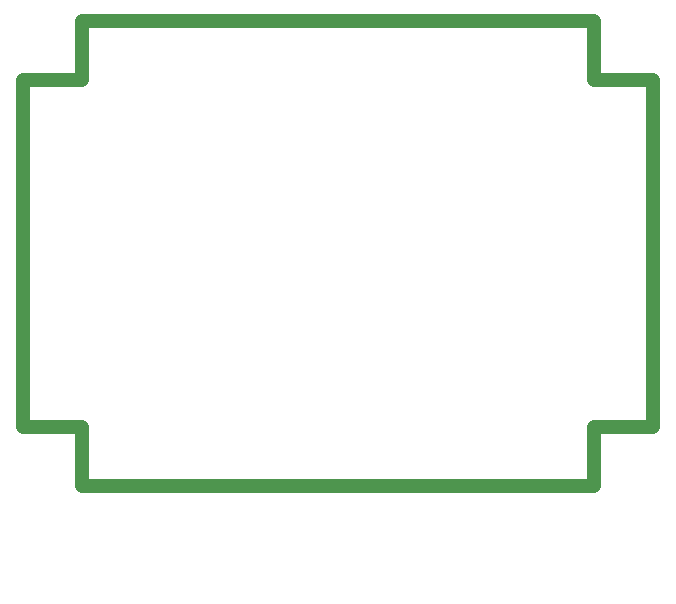
<source format=gko>
%FSLAX23Y23*%
%MOIN*%
%SFA1B1*%

%IPPOS*%
%ADD40C,0.047240*%
%LNegt_can-1*%
%LPD*%
G36*
X905Y-345D02*
D01*
G37*
G36*
X1230D02*
D01*
G37*
G54D40*
X0Y196D02*
X196D01*
Y0D02*
Y196D01*
Y0D02*
X1903D01*
Y196*
X2100*
Y1353*
X1903D02*
X2100D01*
X1903D02*
Y1550D01*
X196D02*
X1903D01*
X196Y1353D02*
Y1550D01*
X0Y1353D02*
X196D01*
X0Y196D02*
Y1353D01*
M02*
</source>
